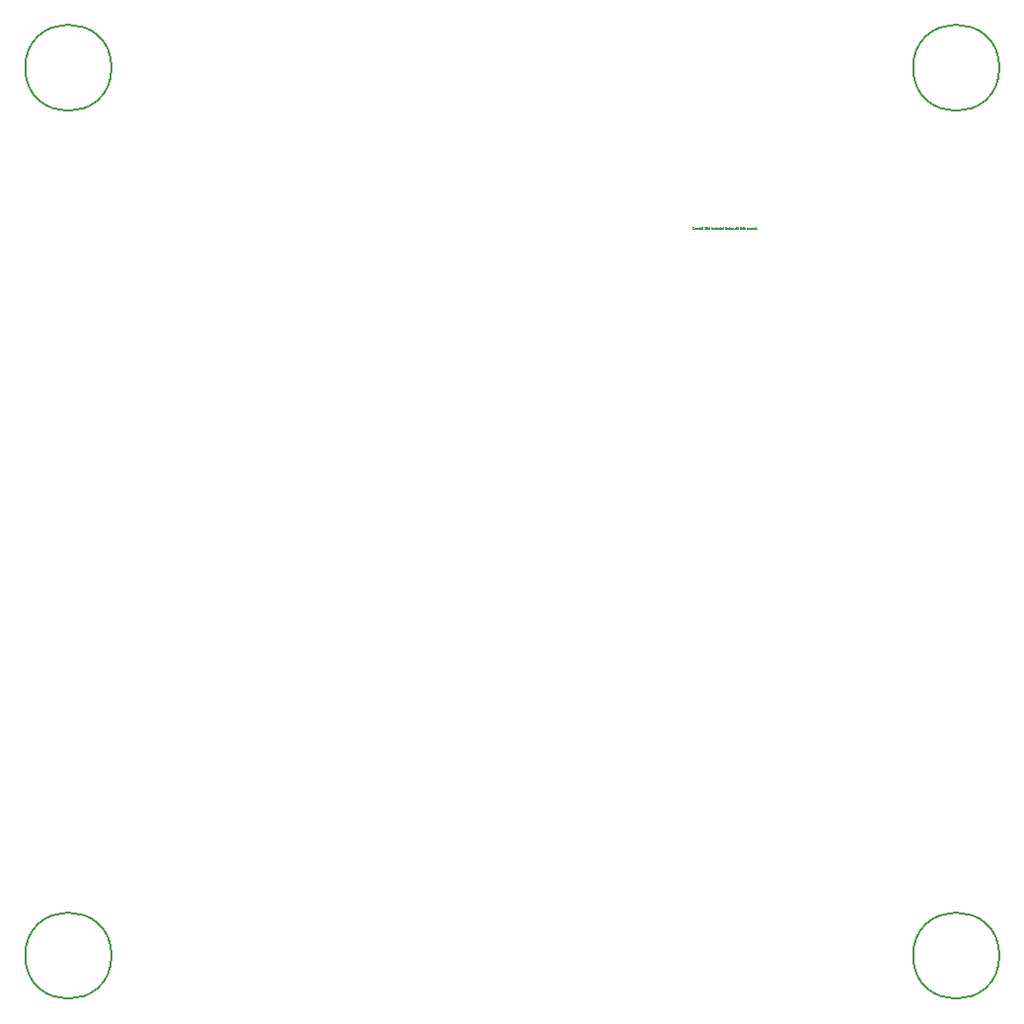
<source format=gbr>
G04 #@! TF.GenerationSoftware,KiCad,Pcbnew,(5.1.4)-1*
G04 #@! TF.CreationDate,2019-11-12T21:06:06-05:00*
G04 #@! TF.ProjectId,Multi_Expansion,4d756c74-695f-4457-9870-616e73696f6e,v1.0f*
G04 #@! TF.SameCoordinates,Original*
G04 #@! TF.FileFunction,Other,Comment*
%FSLAX46Y46*%
G04 Gerber Fmt 4.6, Leading zero omitted, Abs format (unit mm)*
G04 Created by KiCad (PCBNEW (5.1.4)-1) date 2019-11-12 21:06:06*
%MOMM*%
%LPD*%
G04 APERTURE LIST*
%ADD10C,0.150000*%
%ADD11C,0.002000*%
G04 APERTURE END LIST*
D10*
X152631000Y-64769800D02*
G75*
G03X152631000Y-64769800I-3700000J0D01*
G01*
X76431000Y-64769800D02*
G75*
G03X76431000Y-64769800I-3700000J0D01*
G01*
X152631000Y-140969800D02*
G75*
G03X152631000Y-140969800I-3700000J0D01*
G01*
X76431000Y-140969800D02*
G75*
G03X76431000Y-140969800I-3700000J0D01*
G01*
D11*
X126405166Y-78563157D02*
X126399119Y-78569204D01*
X126380976Y-78575252D01*
X126368880Y-78575252D01*
X126350738Y-78569204D01*
X126338642Y-78557109D01*
X126332595Y-78545014D01*
X126326547Y-78520823D01*
X126326547Y-78502680D01*
X126332595Y-78478490D01*
X126338642Y-78466395D01*
X126350738Y-78454300D01*
X126368880Y-78448252D01*
X126380976Y-78448252D01*
X126399119Y-78454300D01*
X126405166Y-78460347D01*
X126477738Y-78575252D02*
X126465642Y-78569204D01*
X126459595Y-78563157D01*
X126453547Y-78551061D01*
X126453547Y-78514776D01*
X126459595Y-78502680D01*
X126465642Y-78496633D01*
X126477738Y-78490585D01*
X126495880Y-78490585D01*
X126507976Y-78496633D01*
X126514023Y-78502680D01*
X126520071Y-78514776D01*
X126520071Y-78551061D01*
X126514023Y-78563157D01*
X126507976Y-78569204D01*
X126495880Y-78575252D01*
X126477738Y-78575252D01*
X126574500Y-78490585D02*
X126574500Y-78617585D01*
X126574500Y-78496633D02*
X126586595Y-78490585D01*
X126610785Y-78490585D01*
X126622880Y-78496633D01*
X126628928Y-78502680D01*
X126634976Y-78514776D01*
X126634976Y-78551061D01*
X126628928Y-78563157D01*
X126622880Y-78569204D01*
X126610785Y-78575252D01*
X126586595Y-78575252D01*
X126574500Y-78569204D01*
X126677309Y-78490585D02*
X126707547Y-78575252D01*
X126737785Y-78490585D02*
X126707547Y-78575252D01*
X126695452Y-78605490D01*
X126689404Y-78611538D01*
X126677309Y-78617585D01*
X126786166Y-78575252D02*
X126786166Y-78490585D01*
X126786166Y-78514776D02*
X126792214Y-78502680D01*
X126798261Y-78496633D01*
X126810357Y-78490585D01*
X126822452Y-78490585D01*
X126864785Y-78575252D02*
X126864785Y-78490585D01*
X126864785Y-78448252D02*
X126858738Y-78454300D01*
X126864785Y-78460347D01*
X126870833Y-78454300D01*
X126864785Y-78448252D01*
X126864785Y-78460347D01*
X126979690Y-78490585D02*
X126979690Y-78593395D01*
X126973642Y-78605490D01*
X126967595Y-78611538D01*
X126955500Y-78617585D01*
X126937357Y-78617585D01*
X126925261Y-78611538D01*
X126979690Y-78569204D02*
X126967595Y-78575252D01*
X126943404Y-78575252D01*
X126931309Y-78569204D01*
X126925261Y-78563157D01*
X126919214Y-78551061D01*
X126919214Y-78514776D01*
X126925261Y-78502680D01*
X126931309Y-78496633D01*
X126943404Y-78490585D01*
X126967595Y-78490585D01*
X126979690Y-78496633D01*
X127040166Y-78575252D02*
X127040166Y-78448252D01*
X127094595Y-78575252D02*
X127094595Y-78508728D01*
X127088547Y-78496633D01*
X127076452Y-78490585D01*
X127058309Y-78490585D01*
X127046214Y-78496633D01*
X127040166Y-78502680D01*
X127136928Y-78490585D02*
X127185309Y-78490585D01*
X127155071Y-78448252D02*
X127155071Y-78557109D01*
X127161119Y-78569204D01*
X127173214Y-78575252D01*
X127185309Y-78575252D01*
X127318357Y-78460347D02*
X127324404Y-78454300D01*
X127336500Y-78448252D01*
X127366738Y-78448252D01*
X127378833Y-78454300D01*
X127384880Y-78460347D01*
X127390928Y-78472442D01*
X127390928Y-78484538D01*
X127384880Y-78502680D01*
X127312309Y-78575252D01*
X127390928Y-78575252D01*
X127469547Y-78448252D02*
X127481642Y-78448252D01*
X127493738Y-78454300D01*
X127499785Y-78460347D01*
X127505833Y-78472442D01*
X127511880Y-78496633D01*
X127511880Y-78526871D01*
X127505833Y-78551061D01*
X127499785Y-78563157D01*
X127493738Y-78569204D01*
X127481642Y-78575252D01*
X127469547Y-78575252D01*
X127457452Y-78569204D01*
X127451404Y-78563157D01*
X127445357Y-78551061D01*
X127439309Y-78526871D01*
X127439309Y-78496633D01*
X127445357Y-78472442D01*
X127451404Y-78460347D01*
X127457452Y-78454300D01*
X127469547Y-78448252D01*
X127632833Y-78575252D02*
X127560261Y-78575252D01*
X127596547Y-78575252D02*
X127596547Y-78448252D01*
X127584452Y-78466395D01*
X127572357Y-78478490D01*
X127560261Y-78484538D01*
X127741690Y-78448252D02*
X127717500Y-78448252D01*
X127705404Y-78454300D01*
X127699357Y-78460347D01*
X127687261Y-78478490D01*
X127681214Y-78502680D01*
X127681214Y-78551061D01*
X127687261Y-78563157D01*
X127693309Y-78569204D01*
X127705404Y-78575252D01*
X127729595Y-78575252D01*
X127741690Y-78569204D01*
X127747738Y-78563157D01*
X127753785Y-78551061D01*
X127753785Y-78520823D01*
X127747738Y-78508728D01*
X127741690Y-78502680D01*
X127729595Y-78496633D01*
X127705404Y-78496633D01*
X127693309Y-78502680D01*
X127687261Y-78508728D01*
X127681214Y-78520823D01*
X127898928Y-78538966D02*
X127959404Y-78538966D01*
X127886833Y-78575252D02*
X127929166Y-78448252D01*
X127971500Y-78575252D01*
X128068261Y-78569204D02*
X128056166Y-78575252D01*
X128031976Y-78575252D01*
X128019880Y-78569204D01*
X128013833Y-78563157D01*
X128007785Y-78551061D01*
X128007785Y-78514776D01*
X128013833Y-78502680D01*
X128019880Y-78496633D01*
X128031976Y-78490585D01*
X128056166Y-78490585D01*
X128068261Y-78496633D01*
X128177119Y-78569204D02*
X128165023Y-78575252D01*
X128140833Y-78575252D01*
X128128738Y-78569204D01*
X128122690Y-78563157D01*
X128116642Y-78551061D01*
X128116642Y-78514776D01*
X128122690Y-78502680D01*
X128128738Y-78496633D01*
X128140833Y-78490585D01*
X128165023Y-78490585D01*
X128177119Y-78496633D01*
X128279928Y-78569204D02*
X128267833Y-78575252D01*
X128243642Y-78575252D01*
X128231547Y-78569204D01*
X128225500Y-78557109D01*
X128225500Y-78508728D01*
X128231547Y-78496633D01*
X128243642Y-78490585D01*
X128267833Y-78490585D01*
X128279928Y-78496633D01*
X128285976Y-78508728D01*
X128285976Y-78520823D01*
X128225500Y-78532919D01*
X128358547Y-78575252D02*
X128346452Y-78569204D01*
X128340404Y-78557109D01*
X128340404Y-78448252D01*
X128455309Y-78569204D02*
X128443214Y-78575252D01*
X128419023Y-78575252D01*
X128406928Y-78569204D01*
X128400880Y-78557109D01*
X128400880Y-78508728D01*
X128406928Y-78496633D01*
X128419023Y-78490585D01*
X128443214Y-78490585D01*
X128455309Y-78496633D01*
X128461357Y-78508728D01*
X128461357Y-78520823D01*
X128400880Y-78532919D01*
X128515785Y-78575252D02*
X128515785Y-78490585D01*
X128515785Y-78514776D02*
X128521833Y-78502680D01*
X128527880Y-78496633D01*
X128539976Y-78490585D01*
X128552071Y-78490585D01*
X128648833Y-78575252D02*
X128648833Y-78508728D01*
X128642785Y-78496633D01*
X128630690Y-78490585D01*
X128606500Y-78490585D01*
X128594404Y-78496633D01*
X128648833Y-78569204D02*
X128636738Y-78575252D01*
X128606500Y-78575252D01*
X128594404Y-78569204D01*
X128588357Y-78557109D01*
X128588357Y-78545014D01*
X128594404Y-78532919D01*
X128606500Y-78526871D01*
X128636738Y-78526871D01*
X128648833Y-78520823D01*
X128691166Y-78490585D02*
X128739547Y-78490585D01*
X128709309Y-78448252D02*
X128709309Y-78557109D01*
X128715357Y-78569204D01*
X128727452Y-78575252D01*
X128739547Y-78575252D01*
X128830261Y-78569204D02*
X128818166Y-78575252D01*
X128793976Y-78575252D01*
X128781880Y-78569204D01*
X128775833Y-78557109D01*
X128775833Y-78508728D01*
X128781880Y-78496633D01*
X128793976Y-78490585D01*
X128818166Y-78490585D01*
X128830261Y-78496633D01*
X128836309Y-78508728D01*
X128836309Y-78520823D01*
X128775833Y-78532919D01*
X128945166Y-78575252D02*
X128945166Y-78448252D01*
X128945166Y-78569204D02*
X128933071Y-78575252D01*
X128908880Y-78575252D01*
X128896785Y-78569204D01*
X128890738Y-78563157D01*
X128884690Y-78551061D01*
X128884690Y-78514776D01*
X128890738Y-78502680D01*
X128896785Y-78496633D01*
X128908880Y-78490585D01*
X128933071Y-78490585D01*
X128945166Y-78496633D01*
X129102404Y-78575252D02*
X129102404Y-78448252D01*
X129132642Y-78448252D01*
X129150785Y-78454300D01*
X129162880Y-78466395D01*
X129168928Y-78478490D01*
X129174976Y-78502680D01*
X129174976Y-78520823D01*
X129168928Y-78545014D01*
X129162880Y-78557109D01*
X129150785Y-78569204D01*
X129132642Y-78575252D01*
X129102404Y-78575252D01*
X129277785Y-78569204D02*
X129265690Y-78575252D01*
X129241500Y-78575252D01*
X129229404Y-78569204D01*
X129223357Y-78557109D01*
X129223357Y-78508728D01*
X129229404Y-78496633D01*
X129241500Y-78490585D01*
X129265690Y-78490585D01*
X129277785Y-78496633D01*
X129283833Y-78508728D01*
X129283833Y-78520823D01*
X129223357Y-78532919D01*
X129332214Y-78569204D02*
X129344309Y-78575252D01*
X129368500Y-78575252D01*
X129380595Y-78569204D01*
X129386642Y-78557109D01*
X129386642Y-78551061D01*
X129380595Y-78538966D01*
X129368500Y-78532919D01*
X129350357Y-78532919D01*
X129338261Y-78526871D01*
X129332214Y-78514776D01*
X129332214Y-78508728D01*
X129338261Y-78496633D01*
X129350357Y-78490585D01*
X129368500Y-78490585D01*
X129380595Y-78496633D01*
X129441071Y-78575252D02*
X129441071Y-78490585D01*
X129441071Y-78448252D02*
X129435023Y-78454300D01*
X129441071Y-78460347D01*
X129447119Y-78454300D01*
X129441071Y-78448252D01*
X129441071Y-78460347D01*
X129555976Y-78490585D02*
X129555976Y-78593395D01*
X129549928Y-78605490D01*
X129543880Y-78611538D01*
X129531785Y-78617585D01*
X129513642Y-78617585D01*
X129501547Y-78611538D01*
X129555976Y-78569204D02*
X129543880Y-78575252D01*
X129519690Y-78575252D01*
X129507595Y-78569204D01*
X129501547Y-78563157D01*
X129495500Y-78551061D01*
X129495500Y-78514776D01*
X129501547Y-78502680D01*
X129507595Y-78496633D01*
X129519690Y-78490585D01*
X129543880Y-78490585D01*
X129555976Y-78496633D01*
X129616452Y-78490585D02*
X129616452Y-78575252D01*
X129616452Y-78502680D02*
X129622500Y-78496633D01*
X129634595Y-78490585D01*
X129652738Y-78490585D01*
X129664833Y-78496633D01*
X129670880Y-78508728D01*
X129670880Y-78575252D01*
X129725309Y-78569204D02*
X129737404Y-78575252D01*
X129761595Y-78575252D01*
X129773690Y-78569204D01*
X129779738Y-78557109D01*
X129779738Y-78551061D01*
X129773690Y-78538966D01*
X129761595Y-78532919D01*
X129743452Y-78532919D01*
X129731357Y-78526871D01*
X129725309Y-78514776D01*
X129725309Y-78508728D01*
X129731357Y-78496633D01*
X129743452Y-78490585D01*
X129761595Y-78490585D01*
X129773690Y-78496633D01*
X129834166Y-78563157D02*
X129840214Y-78569204D01*
X129834166Y-78575252D01*
X129828119Y-78569204D01*
X129834166Y-78563157D01*
X129834166Y-78575252D01*
X129985357Y-78538966D02*
X130045833Y-78538966D01*
X129973261Y-78575252D02*
X130015595Y-78448252D01*
X130057928Y-78575252D01*
X130118404Y-78575252D02*
X130106309Y-78569204D01*
X130100261Y-78557109D01*
X130100261Y-78448252D01*
X130184928Y-78575252D02*
X130172833Y-78569204D01*
X130166785Y-78557109D01*
X130166785Y-78448252D01*
X130330071Y-78575252D02*
X130330071Y-78490585D01*
X130330071Y-78514776D02*
X130336119Y-78502680D01*
X130342166Y-78496633D01*
X130354261Y-78490585D01*
X130366357Y-78490585D01*
X130408690Y-78575252D02*
X130408690Y-78490585D01*
X130408690Y-78448252D02*
X130402642Y-78454300D01*
X130408690Y-78460347D01*
X130414738Y-78454300D01*
X130408690Y-78448252D01*
X130408690Y-78460347D01*
X130523595Y-78490585D02*
X130523595Y-78593395D01*
X130517547Y-78605490D01*
X130511500Y-78611538D01*
X130499404Y-78617585D01*
X130481261Y-78617585D01*
X130469166Y-78611538D01*
X130523595Y-78569204D02*
X130511500Y-78575252D01*
X130487309Y-78575252D01*
X130475214Y-78569204D01*
X130469166Y-78563157D01*
X130463119Y-78551061D01*
X130463119Y-78514776D01*
X130469166Y-78502680D01*
X130475214Y-78496633D01*
X130487309Y-78490585D01*
X130511500Y-78490585D01*
X130523595Y-78496633D01*
X130584071Y-78575252D02*
X130584071Y-78448252D01*
X130638500Y-78575252D02*
X130638500Y-78508728D01*
X130632452Y-78496633D01*
X130620357Y-78490585D01*
X130602214Y-78490585D01*
X130590119Y-78496633D01*
X130584071Y-78502680D01*
X130680833Y-78490585D02*
X130729214Y-78490585D01*
X130698976Y-78448252D02*
X130698976Y-78557109D01*
X130705023Y-78569204D01*
X130717119Y-78575252D01*
X130729214Y-78575252D01*
X130765500Y-78569204D02*
X130777595Y-78575252D01*
X130801785Y-78575252D01*
X130813880Y-78569204D01*
X130819928Y-78557109D01*
X130819928Y-78551061D01*
X130813880Y-78538966D01*
X130801785Y-78532919D01*
X130783642Y-78532919D01*
X130771547Y-78526871D01*
X130765500Y-78514776D01*
X130765500Y-78508728D01*
X130771547Y-78496633D01*
X130783642Y-78490585D01*
X130801785Y-78490585D01*
X130813880Y-78496633D01*
X130971119Y-78575252D02*
X130971119Y-78490585D01*
X130971119Y-78514776D02*
X130977166Y-78502680D01*
X130983214Y-78496633D01*
X130995309Y-78490585D01*
X131007404Y-78490585D01*
X131098119Y-78569204D02*
X131086023Y-78575252D01*
X131061833Y-78575252D01*
X131049738Y-78569204D01*
X131043690Y-78557109D01*
X131043690Y-78508728D01*
X131049738Y-78496633D01*
X131061833Y-78490585D01*
X131086023Y-78490585D01*
X131098119Y-78496633D01*
X131104166Y-78508728D01*
X131104166Y-78520823D01*
X131043690Y-78532919D01*
X131152547Y-78569204D02*
X131164642Y-78575252D01*
X131188833Y-78575252D01*
X131200928Y-78569204D01*
X131206976Y-78557109D01*
X131206976Y-78551061D01*
X131200928Y-78538966D01*
X131188833Y-78532919D01*
X131170690Y-78532919D01*
X131158595Y-78526871D01*
X131152547Y-78514776D01*
X131152547Y-78508728D01*
X131158595Y-78496633D01*
X131170690Y-78490585D01*
X131188833Y-78490585D01*
X131200928Y-78496633D01*
X131309785Y-78569204D02*
X131297690Y-78575252D01*
X131273500Y-78575252D01*
X131261404Y-78569204D01*
X131255357Y-78557109D01*
X131255357Y-78508728D01*
X131261404Y-78496633D01*
X131273500Y-78490585D01*
X131297690Y-78490585D01*
X131309785Y-78496633D01*
X131315833Y-78508728D01*
X131315833Y-78520823D01*
X131255357Y-78532919D01*
X131370261Y-78575252D02*
X131370261Y-78490585D01*
X131370261Y-78514776D02*
X131376309Y-78502680D01*
X131382357Y-78496633D01*
X131394452Y-78490585D01*
X131406547Y-78490585D01*
X131436785Y-78490585D02*
X131467023Y-78575252D01*
X131497261Y-78490585D01*
X131594023Y-78569204D02*
X131581928Y-78575252D01*
X131557738Y-78575252D01*
X131545642Y-78569204D01*
X131539595Y-78557109D01*
X131539595Y-78508728D01*
X131545642Y-78496633D01*
X131557738Y-78490585D01*
X131581928Y-78490585D01*
X131594023Y-78496633D01*
X131600071Y-78508728D01*
X131600071Y-78520823D01*
X131539595Y-78532919D01*
X131708928Y-78575252D02*
X131708928Y-78448252D01*
X131708928Y-78569204D02*
X131696833Y-78575252D01*
X131672642Y-78575252D01*
X131660547Y-78569204D01*
X131654500Y-78563157D01*
X131648452Y-78551061D01*
X131648452Y-78514776D01*
X131654500Y-78502680D01*
X131660547Y-78496633D01*
X131672642Y-78490585D01*
X131696833Y-78490585D01*
X131708928Y-78496633D01*
X131769404Y-78563157D02*
X131775452Y-78569204D01*
X131769404Y-78575252D01*
X131763357Y-78569204D01*
X131769404Y-78563157D01*
X131769404Y-78575252D01*
M02*

</source>
